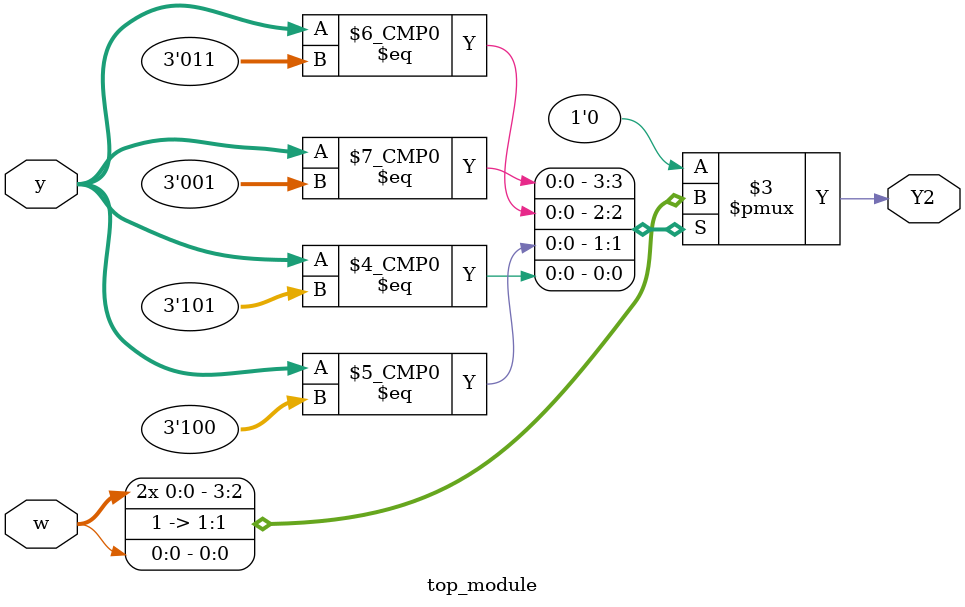
<source format=sv>
module top_module(
    input [3:1] y,
    input w,
    output reg Y2);

    always @(*) begin
        case (y)
            3'b000: Y2 = 1'b0; // State A
            3'b001: Y2 = w;    // State B
            3'b010: Y2 = 1'b0; // State C
            3'b011: Y2 = w;    // State D
            3'b100: Y2 = 1'b1; // State E
            3'b101: Y2 = w;    // State F
            default: Y2 = 1'b0;
        endcase
    end

endmodule

</source>
